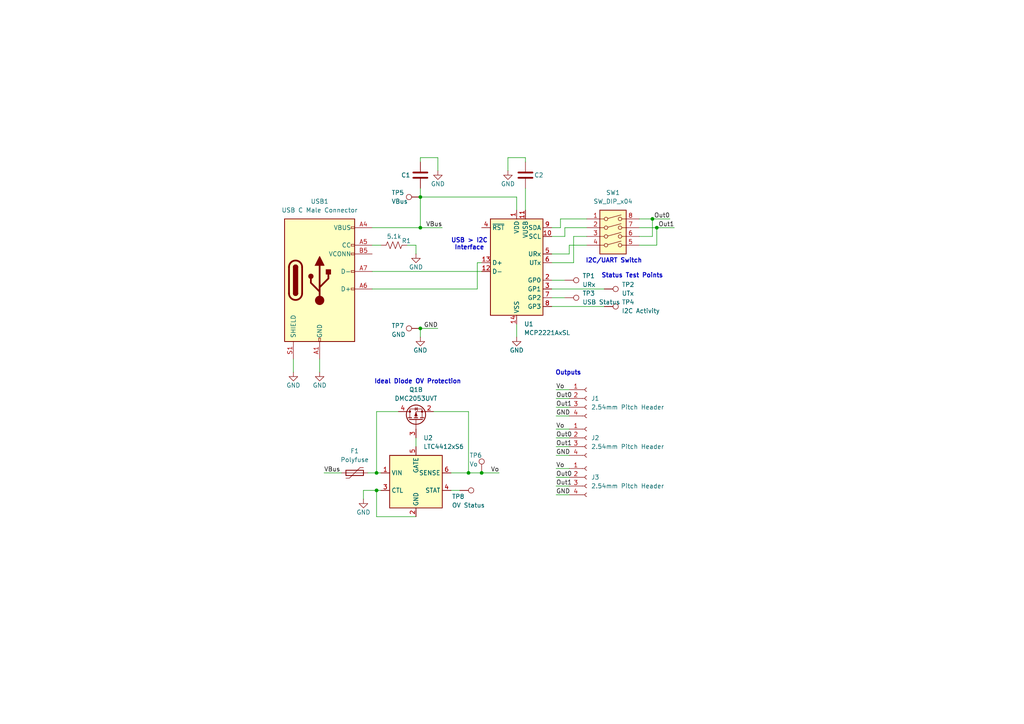
<source format=kicad_sch>
(kicad_sch (version 20250114) (generator "eeschema") (generator_version "9.0")
  (paper "A4")
  (lib_symbols
    (symbol "Connector:Conn_01x04_Socket" (pin_names (offset 1.016) (hide yes))
      (property "Reference" "J" (at 0 5.08 0))
      (property "Value" "Conn_01x04_Socket" (at 0 -7.62 0))
      (symbol "Conn_01x04_Socket_1_1"
        (polyline (pts (xy -1.27 2.54) (xy -0.508 2.54)) (stroke (width 0.1524)))
        (polyline (pts (xy -1.27 0) (xy -0.508 0)) (stroke (width 0.1524)))
        (polyline (pts (xy -1.27 -2.54) (xy -0.508 -2.54)) (stroke (width 0.1524)))
        (polyline (pts (xy -1.27 -5.08) (xy -0.508 -5.08)) (stroke (width 0.1524)))
        (arc (start 0 2.032) (mid -0.5058 2.54) (end 0 3.048) (stroke (width 0.1524)))
        (arc (start 0 -0.508) (mid -0.5058 0) (end 0 0.508) (stroke (width 0.1524)))
        (arc (start 0 -3.048) (mid -0.5058 -2.54) (end 0 -2.032) (stroke (width 0.1524)))
        (arc (start 0 -5.588) (mid -0.5058 -5.08) (end 0 -4.572) (stroke (width 0.1524)))
        (pin passive line (at -5.08 2.54 0) (length 3.81) (name "Pin_1") (number "1"))
        (pin passive line (at -5.08 0 0) (length 3.81) (name "Pin_2") (number "2"))
        (pin passive line (at -5.08 -2.54 0) (length 3.81) (name "Pin_3") (number "3"))
        (pin passive line (at -5.08 -5.08 0) (length 3.81) (name "Pin_4") (number "4"))
      )
    )
    (symbol "Connector:TestPoint" (pin_numbers (hide yes)) (pin_names (offset 0.762) (hide yes))
      (property "Reference" "TP" (at 0 6.858 0))
      (property "Value" "TestPoint" (at 0 5.08 0))
      (symbol "TestPoint_0_1"
        (circle (center 0 3.302) (radius 0.762))
      )
      (symbol "TestPoint_1_1"
        (pin passive line (at 0 0 90) (length 2.54) (name "1") (number "1"))
      )
    )
    (symbol "Connector:USB_C_Plug_USB2.0" (pin_names (offset 1.016))
      (property "Reference" "P" (at -10.16 19.05 0))
      (property "Value" "USB_C_Plug_USB2.0" (at 12.7 19.05 0))
      (symbol "USB_C_Plug_USB2.0_0_0"
        (rectangle (start -0.254 -17.78) (end 0.254 -16.764))
        (rectangle (start 10.16 15.494) (end 9.144 14.986))
        (rectangle (start 10.16 10.414) (end 9.144 9.906))
        (rectangle (start 10.16 7.874) (end 9.144 7.366))
        (rectangle (start 10.16 2.794) (end 9.144 2.286))
        (rectangle (start 10.16 -2.286) (end 9.144 -2.794))
      )
      (symbol "USB_C_Plug_USB2.0_0_1"
        (rectangle (start -10.16 17.78) (end 10.16 -17.78) (stroke (width 0.254)) (fill (type background)))
        (polyline (pts (xy -8.89 -3.81) (xy -8.89 3.81)) (stroke (width 0.508)))
        (rectangle (start -7.62 -3.81) (end -6.35 3.81) (stroke (width 0.254)) (fill (type outline)))
        (arc (start -7.62 3.81) (mid -6.985 4.4423) (end -6.35 3.81) (stroke (width 0.254)))
        (arc (start -7.62 3.81) (mid -6.985 4.4423) (end -6.35 3.81) (stroke (width 0.254)) (fill (type outline)))
        (arc (start -8.89 3.81) (mid -6.985 5.7067) (end -5.08 3.81) (stroke (width 0.508)))
        (arc (start -5.08 -3.81) (mid -6.985 -5.7067) (end -8.89 -3.81) (stroke (width 0.508)))
        (arc (start -6.35 -3.81) (mid -6.985 -4.4423) (end -7.62 -3.81) (stroke (width 0.254)))
        (arc (start -6.35 -3.81) (mid -6.985 -4.4423) (end -7.62 -3.81) (stroke (width 0.254)) (fill (type outline)))
        (polyline (pts (xy -5.08 3.81) (xy -5.08 -3.81)) (stroke (width 0.508)))
        (circle (center -2.54 1.143) (radius 0.635) (stroke (width 0.254)) (fill (type outline)))
        (polyline (pts (xy -1.27 4.318) (xy 0 6.858) (xy 1.27 4.318) (xy -1.27 4.318)) (stroke (width 0.254)) (fill (type outline)))
        (polyline (pts (xy 0 -2.032) (xy 2.54 0.508) (xy 2.54 1.778)) (stroke (width 0.508)))
        (polyline (pts (xy 0 -3.302) (xy -2.54 -0.762) (xy -2.54 0.508)) (stroke (width 0.508)))
        (polyline (pts (xy 0 -5.842) (xy 0 4.318)) (stroke (width 0.508)))
        (circle (center 0 -5.842) (radius 1.27) (fill (type outline)))
        (rectangle (start 1.905 1.778) (end 3.175 3.048) (stroke (width 0.254)) (fill (type outline)))
      )
      (symbol "USB_C_Plug_USB2.0_1_1"
        (pin passive line (at -7.62 -22.86 90) (length 5.08) (name "SHIELD") (number "S1"))
        (pin passive line (at 0 -22.86 90) (length 5.08) (name "GND") (number "A1"))
        (pin passive line (at 0 -22.86 90) (length 5.08) (hide yes) (name "GND") (number "A12"))
        (pin passive line (at 0 -22.86 90) (length 5.08) (hide yes) (name "GND") (number "B1"))
        (pin passive line (at 0 -22.86 90) (length 5.08) (hide yes) (name "GND") (number "B12"))
        (pin passive line (at 15.24 15.24 180) (length 5.08) (name "VBUS") (number "A4"))
        (pin passive line (at 15.24 15.24 180) (length 5.08) (hide yes) (name "VBUS") (number "A9"))
        (pin passive line (at 15.24 15.24 180) (length 5.08) (hide yes) (name "VBUS") (number "B4"))
        (pin passive line (at 15.24 15.24 180) (length 5.08) (hide yes) (name "VBUS") (number "B9"))
        (pin bidirectional line (at 15.24 10.16 180) (length 5.08) (name "CC") (number "A5"))
        (pin bidirectional line (at 15.24 7.62 180) (length 5.08) (name "VCONN") (number "B5"))
        (pin bidirectional line (at 15.24 2.54 180) (length 5.08) (name "D-") (number "A7"))
        (pin bidirectional line (at 15.24 -2.54 180) (length 5.08) (name "D+") (number "A6"))
      )
    )
    (symbol "Device:C" (pin_numbers (hide yes)) (pin_names (offset 0.254))
      (property "Reference" "C" (at 0.635 2.54 0))
      (property "Value" "C" (at 0.635 -2.54 0))
      (symbol "C_0_1"
        (polyline (pts (xy -2.032 0.762) (xy 2.032 0.762)) (stroke (width 0.508)))
        (polyline (pts (xy -2.032 -0.762) (xy 2.032 -0.762)) (stroke (width 0.508)))
      )
      (symbol "C_1_1"
        (pin passive line (at 0 3.81 270) (length 2.794) (name "~") (number "1"))
        (pin passive line (at 0 -3.81 90) (length 2.794) (name "~") (number "2"))
      )
    )
    (symbol "Device:Polyfuse" (pin_numbers (hide yes)) (pin_names (offset 0))
      (property "Reference" "F" (at -2.54 0 90))
      (property "Value" "Polyfuse" (at 2.54 0 90))
      (symbol "Polyfuse_0_1"
        (polyline (pts (xy -1.524 2.54) (xy -1.524 1.524) (xy 1.524 -1.524) (xy 1.524 -2.54)))
        (rectangle (start -0.762 2.54) (end 0.762 -2.54) (stroke (width 0.254)))
        (polyline (pts (xy 0 2.54) (xy 0 -2.54)))
      )
      (symbol "Polyfuse_1_1"
        (pin passive line (at 0 3.81 270) (length 1.27) (name "~") (number "1"))
        (pin passive line (at 0 -3.81 90) (length 1.27) (name "~") (number "2"))
      )
    )
    (symbol "Device:R_US" (pin_numbers (hide yes)) (pin_names (offset 0))
      (property "Reference" "R" (at 2.54 0 90))
      (property "Value" "R_US" (at -2.54 0 90))
      (symbol "R_US_0_1"
        (polyline (pts (xy 0 2.286) (xy 0 2.54)))
        (polyline (pts (xy 0 2.286) (xy 1.016 1.905) (xy 0 1.524) (xy -1.016 1.143) (xy 0 0.762)))
        (polyline (pts (xy 0 0.762) (xy 1.016 0.381) (xy 0 0) (xy -1.016 -0.381) (xy 0 -0.762)))
        (polyline (pts (xy 0 -0.762) (xy 1.016 -1.143) (xy 0 -1.524) (xy -1.016 -1.905) (xy 0 -2.286)))
        (polyline (pts (xy 0 -2.286) (xy 0 -2.54)))
      )
      (symbol "R_US_1_1"
        (pin passive line (at 0 3.81 270) (length 1.27) (name "~") (number "1"))
        (pin passive line (at 0 -3.81 90) (length 1.27) (name "~") (number "2"))
      )
    )
    (symbol "Interface_USB:MCP2221AxSL"
      (property "Reference" "U" (at -7.62 16.51 0))
      (property "Value" "MCP2221AxSL" (at 12.7 16.51 0))
      (symbol "MCP2221AxSL_0_1"
        (rectangle (start -7.62 15.24) (end 7.62 -12.7) (stroke (width 0.254)) (fill (type background)))
      )
      (symbol "MCP2221AxSL_1_1"
        (pin input line (at -10.16 12.7 0) (length 2.54) (name "~{RST}") (number "4"))
        (pin bidirectional line (at -10.16 2.54 0) (length 2.54) (name "D+") (number "13"))
        (pin bidirectional line (at -10.16 0 0) (length 2.54) (name "D-") (number "12"))
        (pin power_in line (at 0 17.78 270) (length 2.54) (name "VDD") (number "1"))
        (pin power_in line (at 0 -15.24 90) (length 2.54) (name "VSS") (number "14"))
        (pin passive line (at 2.54 17.78 270) (length 2.54) (name "VUSB") (number "11"))
        (pin bidirectional line (at 10.16 12.7 180) (length 2.54) (name "SDA") (number "9"))
        (pin bidirectional line (at 10.16 10.16 180) (length 2.54) (name "SCL") (number "10"))
        (pin input line (at 10.16 5.08 180) (length 2.54) (name "URx") (number "5"))
        (pin output line (at 10.16 2.54 180) (length 2.54) (name "UTx") (number "6"))
        (pin bidirectional line (at 10.16 -2.54 180) (length 2.54) (name "GP0") (number "2"))
        (pin bidirectional line (at 10.16 -5.08 180) (length 2.54) (name "GP1") (number "3"))
        (pin bidirectional line (at 10.16 -7.62 180) (length 2.54) (name "GP2") (number "7"))
        (pin bidirectional line (at 10.16 -10.16 180) (length 2.54) (name "GP3") (number "8"))
      )
    )
    (symbol "Power_Management:LTC4412xS6"
      (property "Reference" "U" (at -6.35 8.89 0))
      (property "Value" "LTC4412xS6" (at 6.35 8.89 0))
      (symbol "LTC4412xS6_0_1"
        (rectangle (start -7.62 7.62) (end 7.62 -7.62) (stroke (width 0.254)) (fill (type background)))
      )
      (symbol "LTC4412xS6_1_1"
        (pin power_in line (at -10.16 2.54 0) (length 2.54) (name "VIN") (number "1"))
        (pin input line (at -10.16 -2.54 0) (length 2.54) (name "CTL") (number "3"))
        (pin output line (at 0 10.16 270) (length 2.54) (name "GATE") (number "5"))
        (pin power_in line (at 0 -10.16 90) (length 2.54) (name "GND") (number "2"))
        (pin input line (at 10.16 2.54 180) (length 2.54) (name "SENSE") (number "6"))
        (pin open_collector line (at 10.16 -2.54 180) (length 2.54) (name "STAT") (number "4"))
      )
    )
    (symbol "Switch:SW_DIP_x04" (pin_names (offset 0) (hide yes))
      (property "Reference" "SW" (at 0 8.89 0))
      (property "Value" "SW_DIP_x04" (at 0 -6.35 0))
      (symbol "SW_DIP_x04_0_0"
        (circle (center -2.032 5.08) (radius 0.508))
        (circle (center -2.032 2.54) (radius 0.508))
        (circle (center -2.032 0) (radius 0.508))
        (circle (center -2.032 -2.54) (radius 0.508))
        (polyline (pts (xy -1.524 5.207) (xy 2.3622 6.2484)))
        (polyline (pts (xy -1.524 2.667) (xy 2.3622 3.7084)))
        (polyline (pts (xy -1.524 0.127) (xy 2.3622 1.1684)))
        (polyline (pts (xy -1.524 -2.3876) (xy 2.3622 -1.3462)))
        (circle (center 2.032 5.08) (radius 0.508))
        (circle (center 2.032 2.54) (radius 0.508))
        (circle (center 2.032 0) (radius 0.508))
        (circle (center 2.032 -2.54) (radius 0.508))
      )
      (symbol "SW_DIP_x04_0_1"
        (rectangle (start -3.81 7.62) (end 3.81 -5.08) (stroke (width 0.254)) (fill (type background)))
      )
      (symbol "SW_DIP_x04_1_1"
        (pin passive line (at -7.62 5.08 0) (length 5.08) (name "~") (number "1"))
        (pin passive line (at -7.62 2.54 0) (length 5.08) (name "~") (number "2"))
        (pin passive line (at -7.62 0 0) (length 5.08) (name "~") (number "3"))
        (pin passive line (at -7.62 -2.54 0) (length 5.08) (name "~") (number "4"))
        (pin passive line (at 7.62 5.08 180) (length 5.08) (name "~") (number "8"))
        (pin passive line (at 7.62 2.54 180) (length 5.08) (name "~") (number "7"))
        (pin passive line (at 7.62 0 180) (length 5.08) (name "~") (number "6"))
        (pin passive line (at 7.62 -2.54 180) (length 5.08) (name "~") (number "5"))
      )
    )
    (symbol "Transistor_FET:DMC2053UVT" (pin_names (hide yes))
      (property "Reference" "Q" (at 2.54 1.905 0))
      (property "Value" "DMC2053UVT" (at 2.54 0 0))
      (symbol "DMC2053UVT_0_1"
        (polyline (pts (xy -2.286 1.905) (xy -2.286 -1.905)) (stroke (width 0.254)))
        (polyline (pts (xy -2.286 0) (xy -5.08 0)))
        (polyline (pts (xy -1.778 2.286) (xy -1.778 1.27)) (stroke (width 0.254)))
        (polyline (pts (xy -1.778 0.508) (xy -1.778 -0.508)) (stroke (width 0.254)))
        (polyline (pts (xy -1.778 -1.27) (xy -1.778 -2.286)) (stroke (width 0.254)))
        (polyline (pts (xy -1.778 -1.778) (xy 0.762 -1.778) (xy 0.762 1.778) (xy -1.778 1.778)))
        (circle (center -0.889 0) (radius 2.794) (stroke (width 0.254)))
        (polyline (pts (xy 0 2.54) (xy 0 1.778)))
        (circle (center 0 1.778) (radius 0.254) (fill (type outline)))
        (circle (center 0 -1.778) (radius 0.254) (fill (type outline)))
        (polyline (pts (xy 0 -2.54) (xy 0 0) (xy -1.778 0)))
      )
      (symbol "DMC2053UVT_1_1"
        (polyline (pts (xy -1.524 0) (xy -0.508 0.381) (xy -0.508 -0.381) (xy -1.524 0)) (fill (type outline)))
        (polyline (pts (xy 0.254 0.508) (xy 0.381 0.381) (xy 1.143 0.381) (xy 1.27 0.254)))
        (polyline (pts (xy 0.762 0.381) (xy 0.381 -0.254) (xy 1.143 -0.254) (xy 0.762 0.381)))
        (pin passive line (at -7.62 0 0) (length 2.54) (name "G") (number "1"))
        (pin passive line (at 0 5.08 270) (length 2.54) (name "D") (number "6"))
        (pin passive line (at 0 -5.08 90) (length 2.54) (name "S") (number "5"))
      )
      (symbol "DMC2053UVT_2_1"
        (polyline (pts (xy -0.254 0) (xy -1.27 0.381) (xy -1.27 -0.381) (xy -0.254 0)) (fill (type outline)))
        (polyline (pts (xy 0.254 -0.508) (xy 0.381 -0.381) (xy 1.143 -0.381) (xy 1.27 -0.254)))
        (polyline (pts (xy 0.762 -0.381) (xy 0.381 0.254) (xy 1.143 0.254) (xy 0.762 -0.381)))
        (pin passive line (at -7.62 0 0) (length 2.54) (name "G") (number "3"))
        (pin passive line (at 0 5.08 270) (length 2.54) (name "D") (number "4"))
        (pin passive line (at 0 -5.08 90) (length 2.54) (name "S") (number "2"))
      )
    )
    (symbol "power:GND" (power) (pin_numbers (hide yes)) (pin_names (offset 0) (hide yes))
      (property "Value" "GND" (at 0 -3.81 0))
      (symbol "GND_0_1"
        (polyline (pts (xy 0 0) (xy 0 -1.27) (xy 1.27 -1.27) (xy 0 -2.54) (xy -1.27 -1.27) (xy 0 -1.27)))
      )
      (symbol "GND_1_1"
        (pin power_in line (at 0 0 270) (length 0) (name "~") (number "1"))
      )
    )
  )
  (text "Outputs" (at 161.036 108.204 0) (effects (font (size 1.27 1.27) (thickness 0.254) (bold yes)) (justify left)))
  (text "I2C/UART Switch" (at 178.054 75.692 0) (effects (font (size 1.27 1.27) (thickness 0.254) (bold yes))))
  (text "Ideal Diode OV Protection" (at 121.158 110.744 0) (effects (font (size 1.27 1.27) (thickness 0.254) (bold yes))))
  (text "USB > I2C\nInterface\n\n" (at 136.144 71.882 0) (effects (font (size 1.27 1.27) (thickness 0.254) (bold yes))))
  (text "Status Test Points" (at 183.388 80.01 0) (effects (font (size 1.27 1.27) (thickness 0.254) (bold yes))))
  (junction (at 109.22 137.16))
  (junction (at 190.5 66.04))
  (junction (at 121.92 57.15))
  (junction (at 121.92 95.25))
  (junction (at 135.89 137.16))
  (junction (at 189.23 63.5))
  (junction (at 121.92 66.04))
  (junction (at 109.22 142.24))
  (junction (at 139.7 137.16))
  (wire (pts (xy 121.92 54.61) (xy 121.92 57.15)))
  (wire (pts (xy 149.86 57.15) (xy 149.86 60.96)))
  (wire (pts (xy 118.11 71.12) (xy 120.65 71.12)))
  (wire (pts (xy 162.56 63.5) (xy 162.56 66.04)))
  (wire (pts (xy 139.7 137.16) (xy 135.89 137.16)))
  (wire (pts (xy 127 95.25) (xy 121.92 95.25)))
  (wire (pts (xy 161.29 113.03) (xy 165.1 113.03)))
  (wire (pts (xy 147.32 45.72) (xy 147.32 49.53)))
  (wire (pts (xy 130.81 137.16) (xy 135.89 137.16)))
  (wire (pts (xy 109.22 142.24) (xy 105.41 142.24)))
  (wire (pts (xy 93.98 137.16) (xy 99.06 137.16)))
  (wire (pts (xy 163.83 68.58) (xy 163.83 66.04)))
  (wire (pts (xy 121.92 57.15) (xy 149.86 57.15)))
  (wire (pts (xy 127 45.72) (xy 121.92 45.72)))
  (wire (pts (xy 185.42 68.58) (xy 189.23 68.58)))
  (wire (pts (xy 120.65 127) (xy 120.65 129.54)))
  (wire (pts (xy 161.29 120.65) (xy 165.1 120.65)))
  (wire (pts (xy 105.41 142.24) (xy 105.41 144.78)))
  (wire (pts (xy 110.49 71.12) (xy 107.95 71.12)))
  (wire (pts (xy 160.02 83.82) (xy 175.26 83.82)))
  (wire (pts (xy 92.71 104.14) (xy 92.71 107.95)))
  (wire (pts (xy 109.22 149.86) (xy 120.65 149.86)))
  (wire (pts (xy 161.29 138.43) (xy 165.1 138.43)))
  (wire (pts (xy 165.1 71.12) (xy 170.18 71.12)))
  (wire (pts (xy 161.29 135.89) (xy 165.1 135.89)))
  (wire (pts (xy 160.02 68.58) (xy 163.83 68.58)))
  (wire (pts (xy 135.89 137.16) (xy 135.89 119.38)))
  (wire (pts (xy 160.02 86.36) (xy 163.83 86.36)))
  (wire (pts (xy 161.29 124.46) (xy 165.1 124.46)))
  (wire (pts (xy 107.95 78.74) (xy 139.7 78.74)))
  (wire (pts (xy 121.92 46.99) (xy 121.92 45.72)))
  (wire (pts (xy 135.89 119.38) (xy 125.73 119.38)))
  (wire (pts (xy 152.4 45.72) (xy 147.32 45.72)))
  (wire (pts (xy 161.29 129.54) (xy 165.1 129.54)))
  (wire (pts (xy 110.49 142.24) (xy 109.22 142.24)))
  (wire (pts (xy 190.5 71.12) (xy 190.5 66.04)))
  (wire (pts (xy 185.42 66.04) (xy 190.5 66.04)))
  (wire (pts (xy 121.92 66.04) (xy 121.92 57.15)))
  (wire (pts (xy 163.83 66.04) (xy 170.18 66.04)))
  (wire (pts (xy 127 45.72) (xy 127 49.53)))
  (wire (pts (xy 121.92 95.25) (xy 121.92 97.79)))
  (wire (pts (xy 109.22 142.24) (xy 109.22 149.86)))
  (wire (pts (xy 121.92 66.04) (xy 128.27 66.04)))
  (wire (pts (xy 161.29 140.97) (xy 165.1 140.97)))
  (wire (pts (xy 166.37 68.58) (xy 170.18 68.58)))
  (wire (pts (xy 107.95 83.82) (xy 138.43 83.82)))
  (wire (pts (xy 160.02 73.66) (xy 165.1 73.66)))
  (wire (pts (xy 115.57 119.38) (xy 109.22 119.38)))
  (wire (pts (xy 109.22 119.38) (xy 109.22 137.16)))
  (wire (pts (xy 189.23 68.58) (xy 189.23 63.5)))
  (wire (pts (xy 162.56 66.04) (xy 160.02 66.04)))
  (wire (pts (xy 149.86 93.98) (xy 149.86 97.79)))
  (wire (pts (xy 130.81 142.24) (xy 133.35 142.24)))
  (wire (pts (xy 139.7 137.16) (xy 144.78 137.16)))
  (wire (pts (xy 161.29 115.57) (xy 165.1 115.57)))
  (wire (pts (xy 161.29 127) (xy 165.1 127)))
  (wire (pts (xy 165.1 73.66) (xy 165.1 71.12)))
  (wire (pts (xy 185.42 63.5) (xy 189.23 63.5)))
  (wire (pts (xy 161.29 118.11) (xy 165.1 118.11)))
  (wire (pts (xy 85.09 104.14) (xy 85.09 107.95)))
  (wire (pts (xy 107.95 66.04) (xy 121.92 66.04)))
  (wire (pts (xy 109.22 137.16) (xy 110.49 137.16)))
  (wire (pts (xy 161.29 143.51) (xy 165.1 143.51)))
  (wire (pts (xy 152.4 46.99) (xy 152.4 45.72)))
  (wire (pts (xy 190.5 66.04) (xy 195.58 66.04)))
  (wire (pts (xy 166.37 68.58) (xy 166.37 76.2)))
  (wire (pts (xy 106.68 137.16) (xy 109.22 137.16)))
  (wire (pts (xy 185.42 71.12) (xy 190.5 71.12)))
  (wire (pts (xy 170.18 63.5) (xy 162.56 63.5)))
  (wire (pts (xy 166.37 76.2) (xy 160.02 76.2)))
  (wire (pts (xy 189.23 63.5) (xy 194.31 63.5)))
  (wire (pts (xy 152.4 54.61) (xy 152.4 60.96)))
  (wire (pts (xy 161.29 132.08) (xy 165.1 132.08)))
  (wire (pts (xy 138.43 83.82) (xy 138.43 76.2)))
  (wire (pts (xy 160.02 88.9) (xy 175.26 88.9)))
  (wire (pts (xy 138.43 76.2) (xy 139.7 76.2)))
  (wire (pts (xy 120.65 71.12) (xy 120.65 73.66)))
  (wire (pts (xy 160.02 81.28) (xy 163.83 81.28)))
  (label "Vo" (at 161.29 135.89 0))
  (label "Vo" (at 161.29 113.03 0))
  (label "Out1" (at 161.29 118.11 0))
  (label "Out1" (at 195.58 66.04 180))
  (label "VBus" (at 93.98 137.16 0))
  (label "Out0" (at 161.29 138.43 0))
  (label "GND" (at 161.29 132.08 0))
  (label "GND" (at 127 95.25 180))
  (label "VBus" (at 128.27 66.04 180))
  (label "Out1" (at 161.29 140.97 0))
  (label "GND" (at 161.29 143.51 0))
  (label "Vo" (at 161.29 124.46 0))
  (label "Out0" (at 194.31 63.5 180))
  (label "Out0" (at 161.29 127 0))
  (label "Out1" (at 161.29 129.54 0))
  (label "Out0" (at 161.29 115.57 0))
  (label "Vo" (at 144.78 137.16 180))
  (label "GND" (at 161.29 120.65 0))
  (symbol (lib_id "Connector:TestPoint") (at 175.26 83.82 270) (unit 1)
    (property "Reference" "TP2" (at 180.34 82.5499 90) (effects (justify left)))
    (property "Value" "UTx" (at 180.34 85.0899 90) (effects (justify left)))
    (property "Description" "test point" (effects (hide yes)))
  )
  (symbol (lib_id "power:GND") (at 105.41 144.78 0) (unit 1)
    (property "Reference" "#PWR09" (effects (hide yes)))
    (property "Value" "GND" (at 105.41 148.59 0))
    (property "Description" "Power symbol creates a global label with name \"GND\" , ground" (effects (hide yes)))
  )
  (symbol (lib_id "Connector:USB_C_Plug_USB2.0") (at 92.71 81.28 0) (unit 1)
    (property "Reference" "USB1" (at 92.71 58.42 0))
    (property "Value" "USB C Male Connector" (at 92.71 60.96 0))
    (property "Footprint" "USB_C_Plug_Molex_105444" (effects (hide yes)))
    (property "Datasheet" "https://www.usb.org/sites/default/files/documents/usb_type-c.zip" (effects (hide yes)))
    (property "Description" "USB 2.0-only Type-C Plug connector" (effects (hide yes)))
  )
  (symbol (lib_id "Transistor_FET:DMC2053UVT") (at 120.65 119.38 90) (unit 2)
    (property "Reference" "Q1" (at 120.65 113.03 90))
    (property "Value" "DMC2053UVT" (at 120.65 115.57 90))
    (property "Footprint" "Package_TO_SOT_SMD:TSOT-23-6" (effects (hide yes)))
    (property "Datasheet" "https://www.diodes.com/assets/Datasheets/DMC2053UVT.pdf" (effects (hide yes)))
    (property "Description" "4.6A/-3.2A Id, 20V Vds, Complementary pair enhancement mode P-Channel and N-Channel MOSFET, TSOT-23-6" (effects (hide yes)))
  )
  (symbol (lib_id "Connector:Conn_01x04_Socket") (at 170.18 127 0) (unit 1)
    (property "Reference" "J2" (at 171.45 126.9999 0) (effects (justify left)))
    (property "Value" "2.54mm Pitch Header" (at 171.45 129.5399 0) (effects (justify left)))
    (property "Footprint" "PinHeader_1x04_P2.54mm_Vertical" (effects (hide yes)))
    (property "Description" "Generic connector, single row, 01x04, script generated" (effects (hide yes)))
  )
  (symbol (lib_id "Device:R_US") (at 114.3 71.12 90) (unit 1)
    (property "Reference" "R1" (at 117.856 69.85 90))
    (property "Value" "5.1k" (at 114.3 68.58 90))
    (property "Footprint" "R_1206_3216Metric" (effects (hide yes)))
    (property "Description" "Resistor, US symbol" (effects (hide yes)))
  )
  (symbol (lib_id "Connector:Conn_01x04_Socket") (at 170.18 138.43 0) (unit 1)
    (property "Reference" "J3" (at 171.45 138.4299 0) (effects (justify left)))
    (property "Value" "2.54mm Pitch Header" (at 171.45 140.9699 0) (effects (justify left)))
    (property "Footprint" "PinHeader_1x04_P2.54mm_Vertical" (effects (hide yes)))
    (property "Description" "Generic connector, single row, 01x04, script generated" (effects (hide yes)))
  )
  (symbol (lib_id "Device:C") (at 121.92 50.8 0) (unit 1)
    (property "Reference" "C1" (at 116.332 50.8 0) (effects (justify left)))
    (property "Value" "0.47uF" (effects (hide yes)))
    (property "Footprint" "C_1206_3216Metric_Pad1.33x1.80mm_HandSolder" (effects (hide yes)))
    (property "Description" "Unpolarized capacitor" (effects (hide yes)))
  )
  (symbol (lib_id "Switch:SW_DIP_x04") (at 177.8 68.58 0) (unit 1)
    (property "Reference" "SW1" (at 177.8 55.88 0))
    (property "Value" "SW_DIP_x04" (at 177.8 58.42 0))
    (property "Footprint" "SW_DIP_SPSTx04_Slide_Omron_A6H-4101_W6.15mm_P1.27mm" (effects (hide yes)))
    (property "Description" "4x DIP Switch, Single Pole Single Throw (SPST) switch, small symbol" (effects (hide yes)))
  )
  (symbol (lib_id "Interface_USB:MCP2221AxSL") (at 149.86 78.74 0) (unit 1)
    (property "Reference" "U1" (at 152.0033 93.98 0) (effects (justify left)))
    (property "Value" "MCP2221AxSL" (at 152.0033 96.52 0) (effects (justify left)))
    (property "Footprint" "Package_SO:SOIC-14_3.9x8.7mm_P1.27mm" (effects (hide yes)))
    (property "Datasheet" "http://ww1.microchip.com/downloads/en/DeviceDoc/20005565B.pdf" (effects (hide yes)))
    (property "Description" "USB to I2C/UART Protocol Converter with GPIO, SOIC-14" (effects (hide yes)))
  )
  (symbol (lib_id "Device:C") (at 152.4 50.8 0) (unit 1)
    (property "Reference" "C2" (at 154.94 50.8 0) (effects (justify left)))
    (property "Value" "0.22uF" (effects (hide yes)))
    (property "Footprint" "C_1206_3216Metric_Pad1.33x1.80mm_HandSolder" (effects (hide yes)))
    (property "Description" "Unpolarized capacitor" (effects (hide yes)))
  )
  (symbol (lib_id "Connector:TestPoint") (at 163.83 81.28 270) (unit 1)
    (property "Reference" "TP1" (at 168.91 80.0099 90) (effects (justify left)))
    (property "Value" "URx" (at 168.91 82.5499 90) (effects (justify left)))
    (property "Description" "test point" (effects (hide yes)))
  )
  (symbol (lib_id "power:GND") (at 127 49.53 0) (unit 1)
    (property "Reference" "#PWR05" (effects (hide yes)))
    (property "Value" "GND" (at 127 53.34 0))
    (property "Description" "Power symbol creates a global label with name \"GND\" , ground" (effects (hide yes)))
  )
  (symbol (lib_id "Device:Polyfuse") (at 102.87 137.16 90) (unit 1)
    (property "Reference" "F1" (at 102.87 130.81 90))
    (property "Value" "Polyfuse" (at 102.87 133.35 90))
    (property "Footprint" "Fuse_1206_3216Metric" (effects (hide yes)))
    (property "Description" "Resettable fuse, polymeric positive temperature coefficient" (effects (hide yes)))
  )
  (symbol (lib_id "Connector:TestPoint") (at 163.83 86.36 270) (unit 1)
    (property "Reference" "TP3" (at 168.91 85.0899 90) (effects (justify left)))
    (property "Value" "USB Status" (at 168.91 87.6299 90) (effects (justify left)))
    (property "Description" "test point" (effects (hide yes)))
  )
  (symbol (lib_id "power:GND") (at 120.65 73.66 0) (unit 1)
    (property "Reference" "#PWR08" (effects (hide yes)))
    (property "Value" "GND" (at 120.65 77.47 0))
    (property "Description" "Power symbol creates a global label with name \"GND\" , ground" (effects (hide yes)))
  )
  (symbol (lib_id "power:GND") (at 149.86 97.79 0) (unit 1)
    (property "Reference" "#PWR03" (effects (hide yes)))
    (property "Value" "GND" (at 149.86 101.6 0))
    (property "Description" "Power symbol creates a global label with name \"GND\" , ground" (effects (hide yes)))
  )
  (symbol (lib_id "power:GND") (at 121.92 97.79 0) (unit 1)
    (property "Reference" "#PWR07" (effects (hide yes)))
    (property "Value" "GND" (at 121.92 101.6 0))
    (property "Description" "Power symbol creates a global label with name \"GND\" , ground" (effects (hide yes)))
  )
  (symbol (lib_id "power:GND") (at 147.32 49.53 0) (unit 1)
    (property "Reference" "#PWR04" (effects (hide yes)))
    (property "Value" "GND" (at 147.32 53.34 0))
    (property "Description" "Power symbol creates a global label with name \"GND\" , ground" (effects (hide yes)))
  )
  (symbol (lib_id "Connector:TestPoint") (at 133.35 142.24 270) (unit 1)
    (property "Reference" "TP8" (at 131.064 144.018 90) (effects (justify left)))
    (property "Value" "OV Status" (at 131.064 146.558 90) (effects (justify left)))
    (property "Description" "test point" (effects (hide yes)))
  )
  (symbol (lib_id "power:GND") (at 92.71 107.95 0) (unit 1)
    (property "Reference" "#PWR01" (effects (hide yes)))
    (property "Value" "GND" (at 92.71 111.76 0))
    (property "Description" "Power symbol creates a global label with name \"GND\" , ground" (effects (hide yes)))
  )
  (symbol (lib_id "Connector:TestPoint") (at 121.92 57.15 90) (unit 1)
    (property "Reference" "TP5" (at 113.538 55.88 90) (effects (justify right)))
    (property "Value" "VBus" (at 113.538 58.42 90) (effects (justify right)))
    (property "Description" "test point" (effects (hide yes)))
  )
  (symbol (lib_id "Connector:Conn_01x04_Socket") (at 170.18 115.57 0) (unit 1)
    (property "Reference" "J1" (at 171.45 115.5699 0) (effects (justify left)))
    (property "Value" "2.54mm Pitch Header" (at 171.45 118.1099 0) (effects (justify left)))
    (property "Footprint" "PinHeader_1x04_P2.54mm_Vertical" (effects (hide yes)))
    (property "Description" "Generic connector, single row, 01x04, script generated" (effects (hide yes)))
  )
  (symbol (lib_id "power:GND") (at 85.09 107.95 0) (unit 1)
    (property "Reference" "#PWR06" (effects (hide yes)))
    (property "Value" "GND" (at 85.09 111.76 0))
    (property "Description" "Power symbol creates a global label with name \"GND\" , ground" (effects (hide yes)))
  )
  (symbol (lib_id "Power_Management:LTC4412xS6") (at 120.65 139.7 0) (unit 1)
    (property "Reference" "U2" (at 122.7933 127 0) (effects (justify left)))
    (property "Value" "LTC4412xS6" (at 122.7933 129.54 0) (effects (justify left)))
    (property "Footprint" "Package_TO_SOT_SMD:TSOT-23-6" (effects (hide yes)))
    (property "Datasheet" "https://www.analog.com/media/en/technical-documentation/data-sheets/4412fb.pdf" (effects (hide yes)))
    (property "Description" "Low Loss PowerPath Controller, TSOT-23-6" (effects (hide yes)))
  )
  (symbol (lib_id "Connector:TestPoint") (at 175.26 88.9 270) (unit 1)
    (property "Reference" "TP4" (at 180.34 87.6299 90) (effects (justify left)))
    (property "Value" "I2C Activity" (at 180.34 90.1699 90) (effects (justify left)))
    (property "Description" "test point" (effects (hide yes)))
  )
  (symbol (lib_id "Connector:TestPoint") (at 121.92 95.25 90) (unit 1)
    (property "Reference" "TP7" (at 113.538 94.488 90) (effects (justify right)))
    (property "Value" "GND" (at 113.538 97.028 90) (effects (justify right)))
    (property "Description" "test point" (effects (hide yes)))
  )
  (symbol (lib_id "Connector:TestPoint") (at 139.7 137.16 0) (unit 1)
    (property "Reference" "TP6" (at 136.144 132.08 0) (effects (justify left)))
    (property "Value" "Vo" (at 136.144 134.62 0) (effects (justify left)))
    (property "Description" "test point" (effects (hide yes)))
  )
)
</source>
